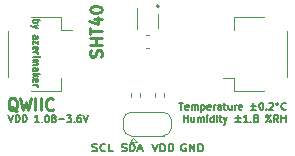
<source format=gto>
%TF.GenerationSoftware,KiCad,Pcbnew,(5.1.8)-1*%
%TF.CreationDate,2021-01-12T16:04:17+01:00*%
%TF.ProjectId,SHT40-Breakout,53485434-302d-4427-9265-616b6f75742e,rev?*%
%TF.SameCoordinates,Original*%
%TF.FileFunction,Legend,Top*%
%TF.FilePolarity,Positive*%
%FSLAX46Y46*%
G04 Gerber Fmt 4.6, Leading zero omitted, Abs format (unit mm)*
G04 Created by KiCad (PCBNEW (5.1.8)-1) date 2021-01-12 16:04:17*
%MOMM*%
%LPD*%
G01*
G04 APERTURE LIST*
%ADD10C,0.150000*%
%ADD11C,0.137500*%
%ADD12C,0.250000*%
%ADD13C,0.120000*%
%ADD14C,0.200000*%
G04 APERTURE END LIST*
D10*
X140416666Y-76094047D02*
X140650000Y-76744047D01*
X140883333Y-76094047D01*
X141116666Y-76744047D02*
X141116666Y-76094047D01*
X141283333Y-76094047D01*
X141383333Y-76125000D01*
X141450000Y-76186904D01*
X141483333Y-76248809D01*
X141516666Y-76372619D01*
X141516666Y-76465476D01*
X141483333Y-76589285D01*
X141450000Y-76651190D01*
X141383333Y-76713095D01*
X141283333Y-76744047D01*
X141116666Y-76744047D01*
X141816666Y-76744047D02*
X141816666Y-76094047D01*
X141983333Y-76094047D01*
X142083333Y-76125000D01*
X142150000Y-76186904D01*
X142183333Y-76248809D01*
X142216666Y-76372619D01*
X142216666Y-76465476D01*
X142183333Y-76589285D01*
X142150000Y-76651190D01*
X142083333Y-76713095D01*
X141983333Y-76744047D01*
X141816666Y-76744047D01*
D11*
X130328571Y-65620327D02*
X130928571Y-65620327D01*
X130700000Y-65620327D02*
X130728571Y-65672708D01*
X130728571Y-65777470D01*
X130700000Y-65829851D01*
X130671428Y-65856041D01*
X130614285Y-65882232D01*
X130442857Y-65882232D01*
X130385714Y-65856041D01*
X130357142Y-65829851D01*
X130328571Y-65777470D01*
X130328571Y-65672708D01*
X130357142Y-65620327D01*
X130728571Y-66065565D02*
X130328571Y-66196517D01*
X130728571Y-66327470D02*
X130328571Y-66196517D01*
X130185714Y-66144136D01*
X130157142Y-66117946D01*
X130128571Y-66065565D01*
X130328571Y-67191755D02*
X130642857Y-67191755D01*
X130700000Y-67165565D01*
X130728571Y-67113184D01*
X130728571Y-67008422D01*
X130700000Y-66956041D01*
X130357142Y-67191755D02*
X130328571Y-67139375D01*
X130328571Y-67008422D01*
X130357142Y-66956041D01*
X130414285Y-66929851D01*
X130471428Y-66929851D01*
X130528571Y-66956041D01*
X130557142Y-67008422D01*
X130557142Y-67139375D01*
X130585714Y-67191755D01*
X130728571Y-67401279D02*
X130728571Y-67689375D01*
X130328571Y-67401279D01*
X130328571Y-67689375D01*
X130357142Y-68108422D02*
X130328571Y-68056041D01*
X130328571Y-67951279D01*
X130357142Y-67898898D01*
X130414285Y-67872708D01*
X130642857Y-67872708D01*
X130700000Y-67898898D01*
X130728571Y-67951279D01*
X130728571Y-68056041D01*
X130700000Y-68108422D01*
X130642857Y-68134613D01*
X130585714Y-68134613D01*
X130528571Y-67872708D01*
X130328571Y-68370327D02*
X130728571Y-68370327D01*
X130614285Y-68370327D02*
X130671428Y-68396517D01*
X130700000Y-68422708D01*
X130728571Y-68475089D01*
X130728571Y-68527470D01*
X130328571Y-68710803D02*
X130728571Y-68710803D01*
X130928571Y-68710803D02*
X130900000Y-68684613D01*
X130871428Y-68710803D01*
X130900000Y-68736994D01*
X130928571Y-68710803D01*
X130871428Y-68710803D01*
X130328571Y-68972708D02*
X130728571Y-68972708D01*
X130671428Y-68972708D02*
X130700000Y-68998898D01*
X130728571Y-69051279D01*
X130728571Y-69129851D01*
X130700000Y-69182232D01*
X130642857Y-69208422D01*
X130328571Y-69208422D01*
X130642857Y-69208422D02*
X130700000Y-69234613D01*
X130728571Y-69286994D01*
X130728571Y-69365565D01*
X130700000Y-69417946D01*
X130642857Y-69444136D01*
X130328571Y-69444136D01*
X130328571Y-69941755D02*
X130642857Y-69941755D01*
X130700000Y-69915565D01*
X130728571Y-69863184D01*
X130728571Y-69758422D01*
X130700000Y-69706041D01*
X130357142Y-69941755D02*
X130328571Y-69889375D01*
X130328571Y-69758422D01*
X130357142Y-69706041D01*
X130414285Y-69679851D01*
X130471428Y-69679851D01*
X130528571Y-69706041D01*
X130557142Y-69758422D01*
X130557142Y-69889375D01*
X130585714Y-69941755D01*
X130328571Y-70203660D02*
X130928571Y-70203660D01*
X130557142Y-70256041D02*
X130328571Y-70413184D01*
X130728571Y-70413184D02*
X130500000Y-70203660D01*
X130357142Y-70858422D02*
X130328571Y-70806041D01*
X130328571Y-70701279D01*
X130357142Y-70648898D01*
X130414285Y-70622708D01*
X130642857Y-70622708D01*
X130700000Y-70648898D01*
X130728571Y-70701279D01*
X130728571Y-70806041D01*
X130700000Y-70858422D01*
X130642857Y-70884613D01*
X130585714Y-70884613D01*
X130528571Y-70622708D01*
X130328571Y-71120327D02*
X130728571Y-71120327D01*
X130614285Y-71120327D02*
X130671428Y-71146517D01*
X130700000Y-71172708D01*
X130728571Y-71225089D01*
X130728571Y-71277470D01*
D10*
X142709642Y-72621428D02*
X143052500Y-72621428D01*
X142881071Y-73221428D02*
X142881071Y-72621428D01*
X143481071Y-73192857D02*
X143423928Y-73221428D01*
X143309642Y-73221428D01*
X143252500Y-73192857D01*
X143223928Y-73135714D01*
X143223928Y-72907142D01*
X143252500Y-72850000D01*
X143309642Y-72821428D01*
X143423928Y-72821428D01*
X143481071Y-72850000D01*
X143509642Y-72907142D01*
X143509642Y-72964285D01*
X143223928Y-73021428D01*
X143766785Y-73221428D02*
X143766785Y-72821428D01*
X143766785Y-72878571D02*
X143795357Y-72850000D01*
X143852500Y-72821428D01*
X143938214Y-72821428D01*
X143995357Y-72850000D01*
X144023928Y-72907142D01*
X144023928Y-73221428D01*
X144023928Y-72907142D02*
X144052500Y-72850000D01*
X144109642Y-72821428D01*
X144195357Y-72821428D01*
X144252500Y-72850000D01*
X144281071Y-72907142D01*
X144281071Y-73221428D01*
X144566785Y-72821428D02*
X144566785Y-73421428D01*
X144566785Y-72850000D02*
X144623928Y-72821428D01*
X144738214Y-72821428D01*
X144795357Y-72850000D01*
X144823928Y-72878571D01*
X144852500Y-72935714D01*
X144852500Y-73107142D01*
X144823928Y-73164285D01*
X144795357Y-73192857D01*
X144738214Y-73221428D01*
X144623928Y-73221428D01*
X144566785Y-73192857D01*
X145338214Y-73192857D02*
X145281071Y-73221428D01*
X145166785Y-73221428D01*
X145109642Y-73192857D01*
X145081071Y-73135714D01*
X145081071Y-72907142D01*
X145109642Y-72850000D01*
X145166785Y-72821428D01*
X145281071Y-72821428D01*
X145338214Y-72850000D01*
X145366785Y-72907142D01*
X145366785Y-72964285D01*
X145081071Y-73021428D01*
X145623928Y-73221428D02*
X145623928Y-72821428D01*
X145623928Y-72935714D02*
X145652500Y-72878571D01*
X145681071Y-72850000D01*
X145738214Y-72821428D01*
X145795357Y-72821428D01*
X146252500Y-73221428D02*
X146252500Y-72907142D01*
X146223928Y-72850000D01*
X146166785Y-72821428D01*
X146052500Y-72821428D01*
X145995357Y-72850000D01*
X146252500Y-73192857D02*
X146195357Y-73221428D01*
X146052500Y-73221428D01*
X145995357Y-73192857D01*
X145966785Y-73135714D01*
X145966785Y-73078571D01*
X145995357Y-73021428D01*
X146052500Y-72992857D01*
X146195357Y-72992857D01*
X146252500Y-72964285D01*
X146452500Y-72821428D02*
X146681071Y-72821428D01*
X146538214Y-72621428D02*
X146538214Y-73135714D01*
X146566785Y-73192857D01*
X146623928Y-73221428D01*
X146681071Y-73221428D01*
X147138214Y-72821428D02*
X147138214Y-73221428D01*
X146881071Y-72821428D02*
X146881071Y-73135714D01*
X146909642Y-73192857D01*
X146966785Y-73221428D01*
X147052500Y-73221428D01*
X147109642Y-73192857D01*
X147138214Y-73164285D01*
X147423928Y-73221428D02*
X147423928Y-72821428D01*
X147423928Y-72935714D02*
X147452500Y-72878571D01*
X147481071Y-72850000D01*
X147538214Y-72821428D01*
X147595357Y-72821428D01*
X148023928Y-73192857D02*
X147966785Y-73221428D01*
X147852500Y-73221428D01*
X147795357Y-73192857D01*
X147766785Y-73135714D01*
X147766785Y-72907142D01*
X147795357Y-72850000D01*
X147852500Y-72821428D01*
X147966785Y-72821428D01*
X148023928Y-72850000D01*
X148052500Y-72907142D01*
X148052500Y-72964285D01*
X147766785Y-73021428D01*
X148766785Y-72878571D02*
X149223928Y-72878571D01*
X148995357Y-73107142D02*
X148995357Y-72650000D01*
X149223928Y-73221428D02*
X148766785Y-73221428D01*
X149623928Y-72621428D02*
X149681071Y-72621428D01*
X149738214Y-72650000D01*
X149766785Y-72678571D01*
X149795357Y-72735714D01*
X149823928Y-72850000D01*
X149823928Y-72992857D01*
X149795357Y-73107142D01*
X149766785Y-73164285D01*
X149738214Y-73192857D01*
X149681071Y-73221428D01*
X149623928Y-73221428D01*
X149566785Y-73192857D01*
X149538214Y-73164285D01*
X149509642Y-73107142D01*
X149481071Y-72992857D01*
X149481071Y-72850000D01*
X149509642Y-72735714D01*
X149538214Y-72678571D01*
X149566785Y-72650000D01*
X149623928Y-72621428D01*
X150081071Y-73164285D02*
X150109642Y-73192857D01*
X150081071Y-73221428D01*
X150052500Y-73192857D01*
X150081071Y-73164285D01*
X150081071Y-73221428D01*
X150338214Y-72678571D02*
X150366785Y-72650000D01*
X150423928Y-72621428D01*
X150566785Y-72621428D01*
X150623928Y-72650000D01*
X150652500Y-72678571D01*
X150681071Y-72735714D01*
X150681071Y-72792857D01*
X150652500Y-72878571D01*
X150309642Y-73221428D01*
X150681071Y-73221428D01*
X151023928Y-72621428D02*
X150966785Y-72650000D01*
X150938214Y-72707142D01*
X150966785Y-72764285D01*
X151023928Y-72792857D01*
X151081071Y-72764285D01*
X151109642Y-72707142D01*
X151081071Y-72650000D01*
X151023928Y-72621428D01*
X151738214Y-73164285D02*
X151709642Y-73192857D01*
X151623928Y-73221428D01*
X151566785Y-73221428D01*
X151481071Y-73192857D01*
X151423928Y-73135714D01*
X151395357Y-73078571D01*
X151366785Y-72964285D01*
X151366785Y-72878571D01*
X151395357Y-72764285D01*
X151423928Y-72707142D01*
X151481071Y-72650000D01*
X151566785Y-72621428D01*
X151623928Y-72621428D01*
X151709642Y-72650000D01*
X151738214Y-72678571D01*
X143109642Y-74271428D02*
X143109642Y-73671428D01*
X143109642Y-73957142D02*
X143452500Y-73957142D01*
X143452500Y-74271428D02*
X143452500Y-73671428D01*
X143995357Y-73871428D02*
X143995357Y-74271428D01*
X143738214Y-73871428D02*
X143738214Y-74185714D01*
X143766785Y-74242857D01*
X143823928Y-74271428D01*
X143909642Y-74271428D01*
X143966785Y-74242857D01*
X143995357Y-74214285D01*
X144281071Y-74271428D02*
X144281071Y-73871428D01*
X144281071Y-73928571D02*
X144309642Y-73900000D01*
X144366785Y-73871428D01*
X144452500Y-73871428D01*
X144509642Y-73900000D01*
X144538214Y-73957142D01*
X144538214Y-74271428D01*
X144538214Y-73957142D02*
X144566785Y-73900000D01*
X144623928Y-73871428D01*
X144709642Y-73871428D01*
X144766785Y-73900000D01*
X144795357Y-73957142D01*
X144795357Y-74271428D01*
X145081071Y-74271428D02*
X145081071Y-73871428D01*
X145081071Y-73671428D02*
X145052500Y-73700000D01*
X145081071Y-73728571D01*
X145109642Y-73700000D01*
X145081071Y-73671428D01*
X145081071Y-73728571D01*
X145623928Y-74271428D02*
X145623928Y-73671428D01*
X145623928Y-74242857D02*
X145566785Y-74271428D01*
X145452500Y-74271428D01*
X145395357Y-74242857D01*
X145366785Y-74214285D01*
X145338214Y-74157142D01*
X145338214Y-73985714D01*
X145366785Y-73928571D01*
X145395357Y-73900000D01*
X145452500Y-73871428D01*
X145566785Y-73871428D01*
X145623928Y-73900000D01*
X145909642Y-74271428D02*
X145909642Y-73871428D01*
X145909642Y-73671428D02*
X145881071Y-73700000D01*
X145909642Y-73728571D01*
X145938214Y-73700000D01*
X145909642Y-73671428D01*
X145909642Y-73728571D01*
X146109642Y-73871428D02*
X146338214Y-73871428D01*
X146195357Y-73671428D02*
X146195357Y-74185714D01*
X146223928Y-74242857D01*
X146281071Y-74271428D01*
X146338214Y-74271428D01*
X146481071Y-73871428D02*
X146623928Y-74271428D01*
X146766785Y-73871428D02*
X146623928Y-74271428D01*
X146566785Y-74414285D01*
X146538214Y-74442857D01*
X146481071Y-74471428D01*
X147452500Y-73928571D02*
X147909642Y-73928571D01*
X147681071Y-74157142D02*
X147681071Y-73700000D01*
X147909642Y-74271428D02*
X147452500Y-74271428D01*
X148509642Y-74271428D02*
X148166785Y-74271428D01*
X148338214Y-74271428D02*
X148338214Y-73671428D01*
X148281071Y-73757142D01*
X148223928Y-73814285D01*
X148166785Y-73842857D01*
X148766785Y-74214285D02*
X148795357Y-74242857D01*
X148766785Y-74271428D01*
X148738214Y-74242857D01*
X148766785Y-74214285D01*
X148766785Y-74271428D01*
X149138214Y-73928571D02*
X149081071Y-73900000D01*
X149052500Y-73871428D01*
X149023928Y-73814285D01*
X149023928Y-73785714D01*
X149052500Y-73728571D01*
X149081071Y-73700000D01*
X149138214Y-73671428D01*
X149252500Y-73671428D01*
X149309642Y-73700000D01*
X149338214Y-73728571D01*
X149366785Y-73785714D01*
X149366785Y-73814285D01*
X149338214Y-73871428D01*
X149309642Y-73900000D01*
X149252500Y-73928571D01*
X149138214Y-73928571D01*
X149081071Y-73957142D01*
X149052500Y-73985714D01*
X149023928Y-74042857D01*
X149023928Y-74157142D01*
X149052500Y-74214285D01*
X149081071Y-74242857D01*
X149138214Y-74271428D01*
X149252500Y-74271428D01*
X149309642Y-74242857D01*
X149338214Y-74214285D01*
X149366785Y-74157142D01*
X149366785Y-74042857D01*
X149338214Y-73985714D01*
X149309642Y-73957142D01*
X149252500Y-73928571D01*
X150052500Y-74271428D02*
X150509642Y-73671428D01*
X150138214Y-73671428D02*
X150195357Y-73700000D01*
X150223928Y-73757142D01*
X150195357Y-73814285D01*
X150138214Y-73842857D01*
X150081071Y-73814285D01*
X150052500Y-73757142D01*
X150081071Y-73700000D01*
X150138214Y-73671428D01*
X150481071Y-74242857D02*
X150509642Y-74185714D01*
X150481071Y-74128571D01*
X150423928Y-74100000D01*
X150366785Y-74128571D01*
X150338214Y-74185714D01*
X150366785Y-74242857D01*
X150423928Y-74271428D01*
X150481071Y-74242857D01*
X151109642Y-74271428D02*
X150909642Y-73985714D01*
X150766785Y-74271428D02*
X150766785Y-73671428D01*
X150995357Y-73671428D01*
X151052500Y-73700000D01*
X151081071Y-73728571D01*
X151109642Y-73785714D01*
X151109642Y-73871428D01*
X151081071Y-73928571D01*
X151052500Y-73957142D01*
X150995357Y-73985714D01*
X150766785Y-73985714D01*
X151366785Y-74271428D02*
X151366785Y-73671428D01*
X151366785Y-73957142D02*
X151709642Y-73957142D01*
X151709642Y-74271428D02*
X151709642Y-73671428D01*
X143266666Y-76125000D02*
X143200000Y-76094047D01*
X143100000Y-76094047D01*
X143000000Y-76125000D01*
X142933333Y-76186904D01*
X142900000Y-76248809D01*
X142866666Y-76372619D01*
X142866666Y-76465476D01*
X142900000Y-76589285D01*
X142933333Y-76651190D01*
X143000000Y-76713095D01*
X143100000Y-76744047D01*
X143166666Y-76744047D01*
X143266666Y-76713095D01*
X143300000Y-76682142D01*
X143300000Y-76465476D01*
X143166666Y-76465476D01*
X143600000Y-76744047D02*
X143600000Y-76094047D01*
X144000000Y-76744047D01*
X144000000Y-76094047D01*
X144333333Y-76744047D02*
X144333333Y-76094047D01*
X144500000Y-76094047D01*
X144600000Y-76125000D01*
X144666666Y-76186904D01*
X144700000Y-76248809D01*
X144733333Y-76372619D01*
X144733333Y-76465476D01*
X144700000Y-76589285D01*
X144666666Y-76651190D01*
X144600000Y-76713095D01*
X144500000Y-76744047D01*
X144333333Y-76744047D01*
X128254642Y-73671428D02*
X128454642Y-74271428D01*
X128654642Y-73671428D01*
X128854642Y-74271428D02*
X128854642Y-73671428D01*
X128997500Y-73671428D01*
X129083214Y-73700000D01*
X129140357Y-73757142D01*
X129168928Y-73814285D01*
X129197500Y-73928571D01*
X129197500Y-74014285D01*
X129168928Y-74128571D01*
X129140357Y-74185714D01*
X129083214Y-74242857D01*
X128997500Y-74271428D01*
X128854642Y-74271428D01*
X129454642Y-74271428D02*
X129454642Y-73671428D01*
X129597500Y-73671428D01*
X129683214Y-73700000D01*
X129740357Y-73757142D01*
X129768928Y-73814285D01*
X129797500Y-73928571D01*
X129797500Y-74014285D01*
X129768928Y-74128571D01*
X129740357Y-74185714D01*
X129683214Y-74242857D01*
X129597500Y-74271428D01*
X129454642Y-74271428D01*
X130826071Y-74271428D02*
X130483214Y-74271428D01*
X130654642Y-74271428D02*
X130654642Y-73671428D01*
X130597500Y-73757142D01*
X130540357Y-73814285D01*
X130483214Y-73842857D01*
X131083214Y-74214285D02*
X131111785Y-74242857D01*
X131083214Y-74271428D01*
X131054642Y-74242857D01*
X131083214Y-74214285D01*
X131083214Y-74271428D01*
X131483214Y-73671428D02*
X131540357Y-73671428D01*
X131597500Y-73700000D01*
X131626071Y-73728571D01*
X131654642Y-73785714D01*
X131683214Y-73900000D01*
X131683214Y-74042857D01*
X131654642Y-74157142D01*
X131626071Y-74214285D01*
X131597500Y-74242857D01*
X131540357Y-74271428D01*
X131483214Y-74271428D01*
X131426071Y-74242857D01*
X131397500Y-74214285D01*
X131368928Y-74157142D01*
X131340357Y-74042857D01*
X131340357Y-73900000D01*
X131368928Y-73785714D01*
X131397500Y-73728571D01*
X131426071Y-73700000D01*
X131483214Y-73671428D01*
X132026071Y-73928571D02*
X131968928Y-73900000D01*
X131940357Y-73871428D01*
X131911785Y-73814285D01*
X131911785Y-73785714D01*
X131940357Y-73728571D01*
X131968928Y-73700000D01*
X132026071Y-73671428D01*
X132140357Y-73671428D01*
X132197500Y-73700000D01*
X132226071Y-73728571D01*
X132254642Y-73785714D01*
X132254642Y-73814285D01*
X132226071Y-73871428D01*
X132197500Y-73900000D01*
X132140357Y-73928571D01*
X132026071Y-73928571D01*
X131968928Y-73957142D01*
X131940357Y-73985714D01*
X131911785Y-74042857D01*
X131911785Y-74157142D01*
X131940357Y-74214285D01*
X131968928Y-74242857D01*
X132026071Y-74271428D01*
X132140357Y-74271428D01*
X132197500Y-74242857D01*
X132226071Y-74214285D01*
X132254642Y-74157142D01*
X132254642Y-74042857D01*
X132226071Y-73985714D01*
X132197500Y-73957142D01*
X132140357Y-73928571D01*
X132511785Y-74042857D02*
X132968928Y-74042857D01*
X133197500Y-73671428D02*
X133568928Y-73671428D01*
X133368928Y-73900000D01*
X133454642Y-73900000D01*
X133511785Y-73928571D01*
X133540357Y-73957142D01*
X133568928Y-74014285D01*
X133568928Y-74157142D01*
X133540357Y-74214285D01*
X133511785Y-74242857D01*
X133454642Y-74271428D01*
X133283214Y-74271428D01*
X133226071Y-74242857D01*
X133197500Y-74214285D01*
X133826071Y-74214285D02*
X133854642Y-74242857D01*
X133826071Y-74271428D01*
X133797500Y-74242857D01*
X133826071Y-74214285D01*
X133826071Y-74271428D01*
X134368928Y-73671428D02*
X134254642Y-73671428D01*
X134197500Y-73700000D01*
X134168928Y-73728571D01*
X134111785Y-73814285D01*
X134083214Y-73928571D01*
X134083214Y-74157142D01*
X134111785Y-74214285D01*
X134140357Y-74242857D01*
X134197500Y-74271428D01*
X134311785Y-74271428D01*
X134368928Y-74242857D01*
X134397500Y-74214285D01*
X134426071Y-74157142D01*
X134426071Y-74014285D01*
X134397500Y-73957142D01*
X134368928Y-73928571D01*
X134311785Y-73900000D01*
X134197500Y-73900000D01*
X134140357Y-73928571D01*
X134111785Y-73957142D01*
X134083214Y-74014285D01*
X134597500Y-73671428D02*
X134797500Y-74271428D01*
X134997500Y-73671428D01*
X137850000Y-76713095D02*
X137950000Y-76744047D01*
X138116666Y-76744047D01*
X138183333Y-76713095D01*
X138216666Y-76682142D01*
X138250000Y-76620238D01*
X138250000Y-76558333D01*
X138216666Y-76496428D01*
X138183333Y-76465476D01*
X138116666Y-76434523D01*
X137983333Y-76403571D01*
X137916666Y-76372619D01*
X137883333Y-76341666D01*
X137850000Y-76279761D01*
X137850000Y-76217857D01*
X137883333Y-76155952D01*
X137916666Y-76125000D01*
X137983333Y-76094047D01*
X138150000Y-76094047D01*
X138250000Y-76125000D01*
X138550000Y-76744047D02*
X138550000Y-76094047D01*
X138716666Y-76094047D01*
X138816666Y-76125000D01*
X138883333Y-76186904D01*
X138916666Y-76248809D01*
X138950000Y-76372619D01*
X138950000Y-76465476D01*
X138916666Y-76589285D01*
X138883333Y-76651190D01*
X138816666Y-76713095D01*
X138716666Y-76744047D01*
X138550000Y-76744047D01*
X139216666Y-76558333D02*
X139550000Y-76558333D01*
X139150000Y-76744047D02*
X139383333Y-76094047D01*
X139616666Y-76744047D01*
X135366666Y-76713095D02*
X135466666Y-76744047D01*
X135633333Y-76744047D01*
X135700000Y-76713095D01*
X135733333Y-76682142D01*
X135766666Y-76620238D01*
X135766666Y-76558333D01*
X135733333Y-76496428D01*
X135700000Y-76465476D01*
X135633333Y-76434523D01*
X135500000Y-76403571D01*
X135433333Y-76372619D01*
X135400000Y-76341666D01*
X135366666Y-76279761D01*
X135366666Y-76217857D01*
X135400000Y-76155952D01*
X135433333Y-76125000D01*
X135500000Y-76094047D01*
X135666666Y-76094047D01*
X135766666Y-76125000D01*
X136466666Y-76682142D02*
X136433333Y-76713095D01*
X136333333Y-76744047D01*
X136266666Y-76744047D01*
X136166666Y-76713095D01*
X136100000Y-76651190D01*
X136066666Y-76589285D01*
X136033333Y-76465476D01*
X136033333Y-76372619D01*
X136066666Y-76248809D01*
X136100000Y-76186904D01*
X136166666Y-76125000D01*
X136266666Y-76094047D01*
X136333333Y-76094047D01*
X136433333Y-76125000D01*
X136466666Y-76155952D01*
X137100000Y-76744047D02*
X136766666Y-76744047D01*
X136766666Y-76094047D01*
D12*
X136104761Y-68742857D02*
X136152380Y-68600000D01*
X136152380Y-68361904D01*
X136104761Y-68266666D01*
X136057142Y-68219047D01*
X135961904Y-68171428D01*
X135866666Y-68171428D01*
X135771428Y-68219047D01*
X135723809Y-68266666D01*
X135676190Y-68361904D01*
X135628571Y-68552380D01*
X135580952Y-68647619D01*
X135533333Y-68695238D01*
X135438095Y-68742857D01*
X135342857Y-68742857D01*
X135247619Y-68695238D01*
X135200000Y-68647619D01*
X135152380Y-68552380D01*
X135152380Y-68314285D01*
X135200000Y-68171428D01*
X136152380Y-67742857D02*
X135152380Y-67742857D01*
X135628571Y-67742857D02*
X135628571Y-67171428D01*
X136152380Y-67171428D02*
X135152380Y-67171428D01*
X135152380Y-66838095D02*
X135152380Y-66266666D01*
X136152380Y-66552380D02*
X135152380Y-66552380D01*
X135485714Y-65504761D02*
X136152380Y-65504761D01*
X135104761Y-65742857D02*
X135819047Y-65980952D01*
X135819047Y-65361904D01*
X135152380Y-64790476D02*
X135152380Y-64695238D01*
X135200000Y-64600000D01*
X135247619Y-64552380D01*
X135342857Y-64504761D01*
X135533333Y-64457142D01*
X135771428Y-64457142D01*
X135961904Y-64504761D01*
X136057142Y-64552380D01*
X136104761Y-64600000D01*
X136152380Y-64695238D01*
X136152380Y-64790476D01*
X136104761Y-64885714D01*
X136057142Y-64933333D01*
X135961904Y-64980952D01*
X135771428Y-65028571D01*
X135533333Y-65028571D01*
X135342857Y-64980952D01*
X135247619Y-64933333D01*
X135200000Y-64885714D01*
X135152380Y-64790476D01*
X128983333Y-73347619D02*
X128888095Y-73300000D01*
X128792857Y-73204761D01*
X128650000Y-73061904D01*
X128554761Y-73014285D01*
X128459523Y-73014285D01*
X128507142Y-73252380D02*
X128411904Y-73204761D01*
X128316666Y-73109523D01*
X128269047Y-72919047D01*
X128269047Y-72585714D01*
X128316666Y-72395238D01*
X128411904Y-72300000D01*
X128507142Y-72252380D01*
X128697619Y-72252380D01*
X128792857Y-72300000D01*
X128888095Y-72395238D01*
X128935714Y-72585714D01*
X128935714Y-72919047D01*
X128888095Y-73109523D01*
X128792857Y-73204761D01*
X128697619Y-73252380D01*
X128507142Y-73252380D01*
X129269047Y-72252380D02*
X129507142Y-73252380D01*
X129697619Y-72538095D01*
X129888095Y-73252380D01*
X130126190Y-72252380D01*
X130507142Y-73252380D02*
X130507142Y-72252380D01*
X130983333Y-73252380D02*
X130983333Y-72252380D01*
X132030952Y-73157142D02*
X131983333Y-73204761D01*
X131840476Y-73252380D01*
X131745238Y-73252380D01*
X131602380Y-73204761D01*
X131507142Y-73109523D01*
X131459523Y-73014285D01*
X131411904Y-72823809D01*
X131411904Y-72680952D01*
X131459523Y-72490476D01*
X131507142Y-72395238D01*
X131602380Y-72300000D01*
X131745238Y-72252380D01*
X131840476Y-72252380D01*
X131983333Y-72300000D01*
X132030952Y-72347619D01*
D13*
%TO.C,C1*%
X139855572Y-66930980D02*
X140136732Y-66930980D01*
X139855572Y-67950980D02*
X140136732Y-67950980D01*
%TO.C,J1*%
X128190000Y-66560000D02*
X128190000Y-70440000D01*
X132660000Y-71610000D02*
X132660000Y-70560000D01*
X130160000Y-71610000D02*
X132660000Y-71610000D01*
X132660000Y-66440000D02*
X133650000Y-66440000D01*
X132660000Y-65390000D02*
X132660000Y-66440000D01*
X130160000Y-65390000D02*
X132660000Y-65390000D01*
%TO.C,J2*%
X149865000Y-71610000D02*
X147365000Y-71610000D01*
X147365000Y-71610000D02*
X147365000Y-70560000D01*
X147365000Y-70560000D02*
X146375000Y-70560000D01*
X149865000Y-65390000D02*
X147365000Y-65390000D01*
X147365000Y-65390000D02*
X147365000Y-66440000D01*
X151835000Y-70440000D02*
X151835000Y-66560000D01*
%TO.C,JP1*%
X138600000Y-73425000D02*
X141400000Y-73425000D01*
X142050000Y-74125000D02*
X142050000Y-74725000D01*
X141400000Y-75425000D02*
X138600000Y-75425000D01*
X137950000Y-74725000D02*
X137950000Y-74125000D01*
X138800000Y-75625000D02*
X138500000Y-75925000D01*
X138500000Y-75925000D02*
X139100000Y-75925000D01*
X138800000Y-75625000D02*
X139100000Y-75925000D01*
X141350000Y-73425000D02*
G75*
G02*
X142050000Y-74125000I0J-700000D01*
G01*
X142050000Y-74725000D02*
G75*
G02*
X141350000Y-75425000I-700000J0D01*
G01*
X138650000Y-75425000D02*
G75*
G02*
X137950000Y-74725000I0J700000D01*
G01*
X137950000Y-74125000D02*
G75*
G02*
X138650000Y-73425000I700000J0D01*
G01*
%TO.C,R1*%
X141380000Y-72165121D02*
X141380000Y-71829879D01*
X140620000Y-72165121D02*
X140620000Y-71829879D01*
%TO.C,R2*%
X138620000Y-72167621D02*
X138620000Y-71832379D01*
X139380000Y-72167621D02*
X139380000Y-71832379D01*
D14*
%TO.C,U1*%
X140987573Y-64449558D02*
G75*
G03*
X140987573Y-64449558I-91421J0D01*
G01*
D13*
X139096152Y-64640979D02*
X139096152Y-66340979D01*
X140896152Y-65090979D02*
X140896152Y-66290979D01*
%TD*%
M02*

</source>
